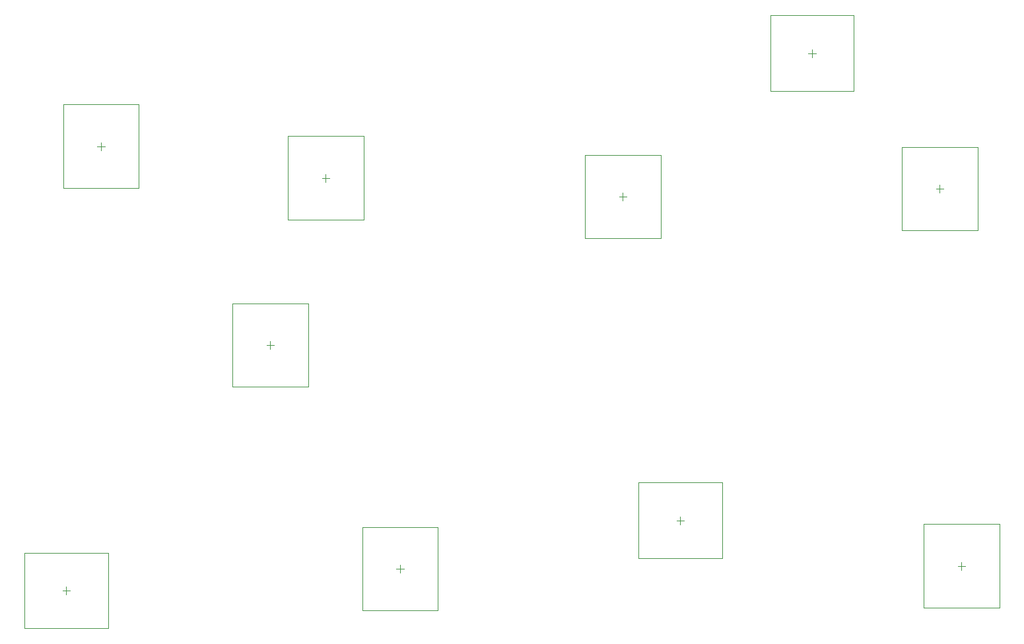
<source format=gbr>
G04*
G04 #@! TF.GenerationSoftware,Altium Limited,Altium Designer,22.4.2 (48)*
G04*
G04 Layer_Color=32768*
%FSLAX25Y25*%
%MOIN*%
G70*
G04*
G04 #@! TF.SameCoordinates,9D7DA267-A193-428E-9E10-CD2539F38239*
G04*
G04*
G04 #@! TF.FilePolarity,Positive*
G04*
G01*
G75*
%ADD33C,0.00394*%
%ADD35C,0.00197*%
D33*
X161000Y158532D02*
Y162469D01*
X159032Y160500D02*
X162969D01*
X262032Y284500D02*
X265969D01*
X264000Y282532D02*
Y286469D01*
X600032Y363500D02*
X603969D01*
X602000Y361532D02*
Y365469D01*
X440032Y359500D02*
X443969D01*
X442000Y357532D02*
Y361469D01*
X176532Y385000D02*
X180469D01*
X178500Y383032D02*
Y386969D01*
X537500Y430032D02*
Y433969D01*
X535532Y432000D02*
X539469D01*
X327532Y171500D02*
X331469D01*
X329500Y169532D02*
Y173469D01*
X471000Y194032D02*
Y197969D01*
X469032Y196000D02*
X472969D01*
X290032Y369000D02*
X293969D01*
X292000Y367032D02*
Y370969D01*
X611032Y173000D02*
X614969D01*
X613000Y171032D02*
Y174969D01*
D35*
X139937Y141406D02*
X182063D01*
X139937Y179594D02*
X182063D01*
X139937Y141406D02*
Y179594D01*
X182063Y141406D02*
Y179594D01*
X283094Y263437D02*
Y305563D01*
X244906Y263437D02*
Y305563D01*
Y263437D02*
X283094D01*
X244906Y305563D02*
X283094D01*
X582906Y342437D02*
Y384563D01*
X621094Y342437D02*
Y384563D01*
X582906D02*
X621094D01*
X582906Y342437D02*
X621094D01*
X422906Y338437D02*
Y380563D01*
X461094Y338437D02*
Y380563D01*
X422906D02*
X461094D01*
X422906Y338437D02*
X461094D01*
X159406Y363937D02*
Y406063D01*
X197594Y363937D02*
Y406063D01*
X159406D02*
X197594D01*
X159406Y363937D02*
X197594D01*
X516437Y451094D02*
X558563D01*
X516437Y412906D02*
X558563D01*
Y451094D01*
X516437Y412906D02*
Y451094D01*
X310406Y150437D02*
Y192563D01*
X348594Y150437D02*
Y192563D01*
X310406D02*
X348594D01*
X310406Y150437D02*
X348594D01*
X449937Y176906D02*
X492063D01*
X449937Y215094D02*
X492063D01*
X449937Y176906D02*
Y215094D01*
X492063Y176906D02*
Y215094D01*
X272906Y347937D02*
Y390063D01*
X311094Y347937D02*
Y390063D01*
X272906D02*
X311094D01*
X272906Y347937D02*
X311094D01*
X593906Y151937D02*
Y194063D01*
X632094Y151937D02*
Y194063D01*
X593906D02*
X632094D01*
X593906Y151937D02*
X632094D01*
M02*

</source>
